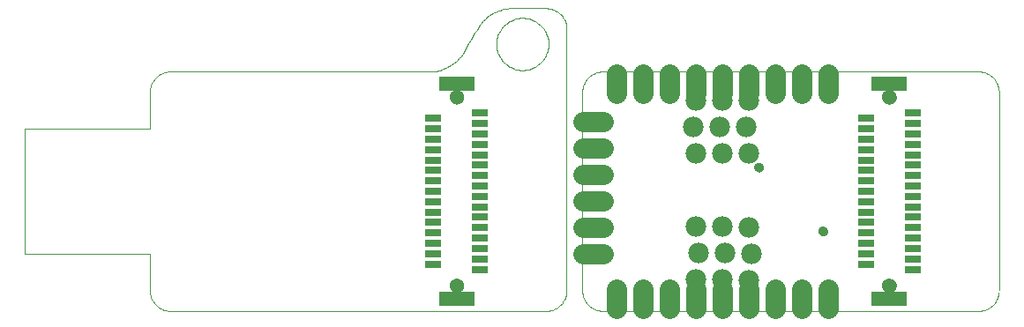
<source format=gbs>
G75*
%MOIN*%
%OFA0B0*%
%FSLAX25Y25*%
%IPPOS*%
%LPD*%
%AMOC8*
5,1,8,0,0,1.08239X$1,22.5*
%
%ADD10C,0.00394*%
%ADD11R,0.06306X0.03156*%
%ADD12R,0.13786X0.05518*%
%ADD13C,0.00000*%
%ADD14C,0.05400*%
%ADD15C,0.07800*%
%ADD16C,0.03550*%
%ADD17C,0.07800*%
D10*
X0059760Y0017852D02*
X0059360Y0018793D01*
X0059205Y0019287D01*
X0059100Y0019798D01*
X0058994Y0020310D01*
X0058939Y0020839D01*
X0058939Y0035160D01*
X0011695Y0035160D01*
X0011695Y0082404D01*
X0058939Y0082404D01*
X0058939Y0096725D01*
X0058994Y0097254D01*
X0059100Y0097765D01*
X0059205Y0098276D01*
X0059360Y0098770D01*
X0059760Y0099711D01*
X0060005Y0100159D01*
X0060288Y0100578D01*
X0060572Y0100997D01*
X0060895Y0101387D01*
X0061252Y0101744D01*
X0061609Y0102101D01*
X0061999Y0102424D01*
X0062418Y0102708D01*
X0062838Y0102991D01*
X0063285Y0103236D01*
X0064226Y0103636D01*
X0064720Y0103791D01*
X0065231Y0103897D01*
X0065743Y0104002D01*
X0066272Y0104057D01*
X0165750Y0104057D01*
X0166308Y0104105D01*
X0167439Y0104286D01*
X0168012Y0104419D01*
X0168585Y0104591D01*
X0169158Y0104762D01*
X0169731Y0104972D01*
X0170860Y0105460D01*
X0171416Y0105737D01*
X0171956Y0106043D01*
X0172495Y0106350D01*
X0173018Y0106685D01*
X0173517Y0107045D01*
X0174016Y0107405D01*
X0174489Y0107789D01*
X0175372Y0108597D01*
X0175780Y0109021D01*
X0176515Y0109899D01*
X0176841Y0110354D01*
X0177119Y0110818D01*
X0177895Y0112119D01*
X0178672Y0113420D01*
X0179448Y0114721D01*
X0180225Y0116022D01*
X0181002Y0117323D01*
X0181778Y0118624D01*
X0182555Y0119926D01*
X0183331Y0121227D01*
X0183609Y0121691D01*
X0183935Y0122146D01*
X0184303Y0122585D01*
X0184670Y0123024D01*
X0185078Y0123448D01*
X0185520Y0123852D01*
X0185961Y0124256D01*
X0186435Y0124640D01*
X0186933Y0125000D01*
X0187432Y0125360D01*
X0187955Y0125695D01*
X0188494Y0126002D01*
X0189034Y0126308D01*
X0189590Y0126585D01*
X0190719Y0127073D01*
X0191292Y0127283D01*
X0191865Y0127454D01*
X0192438Y0127626D01*
X0193011Y0127759D01*
X0193577Y0127850D01*
X0194142Y0127940D01*
X0194700Y0127988D01*
X0209087Y0127988D01*
X0209616Y0127932D01*
X0210127Y0127827D01*
X0210638Y0127722D01*
X0211132Y0127566D01*
X0211603Y0127366D01*
X0212073Y0127166D01*
X0212521Y0126922D01*
X0212940Y0126638D01*
X0213359Y0126354D01*
X0213749Y0126031D01*
X0214106Y0125675D01*
X0214463Y0125318D01*
X0214786Y0124927D01*
X0215070Y0124508D01*
X0215353Y0124089D01*
X0215598Y0123642D01*
X0215798Y0123171D01*
X0215998Y0122700D01*
X0216153Y0122207D01*
X0216259Y0121695D01*
X0216364Y0121184D01*
X0216419Y0120655D01*
X0216419Y0020839D01*
X0216364Y0020310D01*
X0216259Y0019798D01*
X0216153Y0019287D01*
X0215998Y0018793D01*
X0215798Y0018323D01*
X0215598Y0017852D01*
X0215353Y0017405D01*
X0215070Y0016985D01*
X0214786Y0016566D01*
X0214463Y0016176D01*
X0214106Y0015819D01*
X0213749Y0015462D01*
X0213359Y0015139D01*
X0212940Y0014855D01*
X0212521Y0014572D01*
X0212073Y0014327D01*
X0211603Y0014127D01*
X0211132Y0013927D01*
X0210638Y0013772D01*
X0210127Y0013667D01*
X0209616Y0013561D01*
X0209087Y0013506D01*
X0066272Y0013506D01*
X0065743Y0013561D01*
X0065231Y0013667D01*
X0064720Y0013772D01*
X0064226Y0013927D01*
X0063756Y0014127D01*
X0063285Y0014327D01*
X0062838Y0014572D01*
X0062418Y0014855D01*
X0061999Y0015139D01*
X0061609Y0015462D01*
X0061252Y0015819D01*
X0060895Y0016176D01*
X0060572Y0016566D01*
X0060288Y0016985D01*
X0060005Y0017405D01*
X0059760Y0017852D01*
X0222347Y0020839D02*
X0222403Y0020310D01*
X0222508Y0019798D01*
X0222614Y0019287D01*
X0222769Y0018793D01*
X0223169Y0017852D01*
X0223413Y0017405D01*
X0223697Y0016985D01*
X0223981Y0016566D01*
X0224304Y0016176D01*
X0225017Y0015462D01*
X0225408Y0015139D01*
X0225827Y0014855D01*
X0226246Y0014572D01*
X0226694Y0014327D01*
X0227635Y0013927D01*
X0228128Y0013772D01*
X0228640Y0013667D01*
X0229151Y0013561D01*
X0229680Y0013506D01*
X0372495Y0013506D01*
X0373024Y0013561D01*
X0373535Y0013667D01*
X0374047Y0013772D01*
X0374541Y0013927D01*
X0375482Y0014327D01*
X0375929Y0014572D01*
X0376348Y0014855D01*
X0376767Y0015139D01*
X0377158Y0015462D01*
X0377872Y0016176D01*
X0378195Y0016566D01*
X0378478Y0016985D01*
X0378762Y0017405D01*
X0379007Y0017852D01*
X0379206Y0018323D01*
X0379406Y0018793D01*
X0379562Y0019287D01*
X0379667Y0019798D01*
X0379772Y0020310D01*
X0379828Y0020839D01*
X0379828Y0021380D02*
X0379828Y0096725D01*
X0379772Y0097254D01*
X0379667Y0097765D01*
X0379562Y0098276D01*
X0379406Y0098770D01*
X0379206Y0099241D01*
X0379007Y0099711D01*
X0378762Y0100159D01*
X0378195Y0100997D01*
X0377872Y0101387D01*
X0377158Y0102101D01*
X0376767Y0102424D01*
X0376348Y0102708D01*
X0375929Y0102991D01*
X0375482Y0103236D01*
X0375011Y0103436D01*
X0374541Y0103636D01*
X0374047Y0103791D01*
X0373535Y0103897D01*
X0373024Y0104002D01*
X0372495Y0104057D01*
X0229680Y0104057D01*
X0229151Y0104002D01*
X0228640Y0103897D01*
X0228128Y0103791D01*
X0227635Y0103636D01*
X0227164Y0103436D01*
X0226694Y0103236D01*
X0226246Y0102991D01*
X0225827Y0102708D01*
X0225408Y0102424D01*
X0225017Y0102101D01*
X0224304Y0101387D01*
X0223981Y0100997D01*
X0223697Y0100578D01*
X0223413Y0100159D01*
X0223169Y0099711D01*
X0222969Y0099241D01*
X0222769Y0098770D01*
X0222614Y0098276D01*
X0222508Y0097765D01*
X0222403Y0097254D01*
X0222347Y0096725D01*
X0222347Y0020839D01*
X0202334Y0104946D02*
X0201693Y0104815D01*
X0201053Y0104684D01*
X0200389Y0104615D01*
X0199030Y0104615D01*
X0198367Y0104684D01*
X0197726Y0104815D01*
X0197085Y0104946D01*
X0196467Y0105139D01*
X0195879Y0105388D01*
X0195290Y0105637D01*
X0194730Y0105942D01*
X0194207Y0106296D01*
X0193683Y0106649D01*
X0193195Y0107052D01*
X0192305Y0107943D01*
X0191902Y0108430D01*
X0191548Y0108954D01*
X0191194Y0109478D01*
X0190890Y0110037D01*
X0190641Y0110626D01*
X0190392Y0111215D01*
X0190198Y0111833D01*
X0190067Y0112474D01*
X0189936Y0113114D01*
X0189867Y0113778D01*
X0189867Y0115137D01*
X0189936Y0115800D01*
X0190067Y0116441D01*
X0190198Y0117081D01*
X0190392Y0117700D01*
X0190641Y0118288D01*
X0190890Y0118877D01*
X0191194Y0119437D01*
X0191902Y0120484D01*
X0192305Y0120972D01*
X0192750Y0121417D01*
X0193195Y0121862D01*
X0193683Y0122265D01*
X0194207Y0122619D01*
X0194730Y0122972D01*
X0195290Y0123277D01*
X0195879Y0123526D01*
X0196467Y0123775D01*
X0197085Y0123969D01*
X0197726Y0124100D01*
X0198367Y0124231D01*
X0199030Y0124300D01*
X0200389Y0124300D01*
X0201053Y0124231D01*
X0202334Y0123969D01*
X0202952Y0123775D01*
X0203541Y0123526D01*
X0204130Y0123277D01*
X0204689Y0122972D01*
X0205736Y0122265D01*
X0206224Y0121862D01*
X0206669Y0121417D01*
X0207115Y0120972D01*
X0207517Y0120484D01*
X0208225Y0119437D01*
X0208530Y0118877D01*
X0208779Y0118288D01*
X0209028Y0117700D01*
X0209221Y0117081D01*
X0209483Y0115800D01*
X0209552Y0115137D01*
X0209552Y0113778D01*
X0209483Y0113114D01*
X0209352Y0112474D01*
X0209221Y0111833D01*
X0209028Y0111215D01*
X0208779Y0110626D01*
X0208530Y0110037D01*
X0208225Y0109478D01*
X0207871Y0108954D01*
X0207517Y0108430D01*
X0207115Y0107943D01*
X0206224Y0107052D01*
X0205736Y0106649D01*
X0204689Y0105942D01*
X0204130Y0105637D01*
X0203541Y0105388D01*
X0202952Y0105139D01*
X0202334Y0104946D01*
D11*
X0183692Y0088328D03*
X0183692Y0084391D03*
X0183692Y0080454D03*
X0183692Y0076517D03*
X0183692Y0072580D03*
X0183692Y0068643D03*
X0183692Y0064706D03*
X0183692Y0060769D03*
X0183692Y0056831D03*
X0183692Y0052894D03*
X0183692Y0048957D03*
X0183692Y0045020D03*
X0183692Y0041083D03*
X0183692Y0037146D03*
X0183692Y0033209D03*
X0183692Y0029272D03*
X0165975Y0031241D03*
X0165975Y0035178D03*
X0165975Y0039115D03*
X0165975Y0043052D03*
X0165975Y0046989D03*
X0165975Y0050926D03*
X0165975Y0054863D03*
X0165975Y0058800D03*
X0165975Y0062737D03*
X0165975Y0066674D03*
X0165975Y0070611D03*
X0165975Y0074548D03*
X0165975Y0078485D03*
X0165975Y0082422D03*
X0165975Y0086359D03*
X0329475Y0086359D03*
X0329475Y0082422D03*
X0329475Y0078485D03*
X0329475Y0074548D03*
X0329475Y0070611D03*
X0329475Y0066674D03*
X0329475Y0062737D03*
X0329475Y0058800D03*
X0329475Y0054863D03*
X0329475Y0050926D03*
X0329475Y0046989D03*
X0329475Y0043052D03*
X0329475Y0039115D03*
X0329475Y0035178D03*
X0329475Y0031241D03*
X0347192Y0033209D03*
X0347192Y0029272D03*
X0347192Y0037146D03*
X0347192Y0041083D03*
X0347192Y0045020D03*
X0347192Y0048957D03*
X0347192Y0052894D03*
X0347192Y0056831D03*
X0347192Y0060769D03*
X0347192Y0064706D03*
X0347192Y0068643D03*
X0347192Y0072580D03*
X0347192Y0076517D03*
X0347192Y0080454D03*
X0347192Y0084391D03*
X0347192Y0088328D03*
D12*
X0338333Y0099548D03*
X0174833Y0099548D03*
X0174833Y0018052D03*
X0338333Y0018052D03*
D13*
X0335833Y0023170D02*
X0335835Y0023269D01*
X0335841Y0023369D01*
X0335851Y0023468D01*
X0335865Y0023566D01*
X0335882Y0023664D01*
X0335904Y0023761D01*
X0335929Y0023857D01*
X0335958Y0023952D01*
X0335991Y0024046D01*
X0336028Y0024138D01*
X0336068Y0024229D01*
X0336112Y0024318D01*
X0336160Y0024406D01*
X0336211Y0024491D01*
X0336265Y0024574D01*
X0336322Y0024656D01*
X0336383Y0024734D01*
X0336447Y0024811D01*
X0336513Y0024884D01*
X0336583Y0024955D01*
X0336655Y0025023D01*
X0336730Y0025089D01*
X0336808Y0025151D01*
X0336888Y0025210D01*
X0336970Y0025266D01*
X0337054Y0025318D01*
X0337141Y0025367D01*
X0337229Y0025413D01*
X0337319Y0025455D01*
X0337411Y0025494D01*
X0337504Y0025529D01*
X0337598Y0025560D01*
X0337694Y0025587D01*
X0337791Y0025610D01*
X0337888Y0025630D01*
X0337986Y0025646D01*
X0338085Y0025658D01*
X0338184Y0025666D01*
X0338283Y0025670D01*
X0338383Y0025670D01*
X0338482Y0025666D01*
X0338581Y0025658D01*
X0338680Y0025646D01*
X0338778Y0025630D01*
X0338875Y0025610D01*
X0338972Y0025587D01*
X0339068Y0025560D01*
X0339162Y0025529D01*
X0339255Y0025494D01*
X0339347Y0025455D01*
X0339437Y0025413D01*
X0339525Y0025367D01*
X0339612Y0025318D01*
X0339696Y0025266D01*
X0339778Y0025210D01*
X0339858Y0025151D01*
X0339936Y0025089D01*
X0340011Y0025023D01*
X0340083Y0024955D01*
X0340153Y0024884D01*
X0340219Y0024811D01*
X0340283Y0024734D01*
X0340344Y0024656D01*
X0340401Y0024574D01*
X0340455Y0024491D01*
X0340506Y0024406D01*
X0340554Y0024318D01*
X0340598Y0024229D01*
X0340638Y0024138D01*
X0340675Y0024046D01*
X0340708Y0023952D01*
X0340737Y0023857D01*
X0340762Y0023761D01*
X0340784Y0023664D01*
X0340801Y0023566D01*
X0340815Y0023468D01*
X0340825Y0023369D01*
X0340831Y0023269D01*
X0340833Y0023170D01*
X0340831Y0023071D01*
X0340825Y0022971D01*
X0340815Y0022872D01*
X0340801Y0022774D01*
X0340784Y0022676D01*
X0340762Y0022579D01*
X0340737Y0022483D01*
X0340708Y0022388D01*
X0340675Y0022294D01*
X0340638Y0022202D01*
X0340598Y0022111D01*
X0340554Y0022022D01*
X0340506Y0021934D01*
X0340455Y0021849D01*
X0340401Y0021766D01*
X0340344Y0021684D01*
X0340283Y0021606D01*
X0340219Y0021529D01*
X0340153Y0021456D01*
X0340083Y0021385D01*
X0340011Y0021317D01*
X0339936Y0021251D01*
X0339858Y0021189D01*
X0339778Y0021130D01*
X0339696Y0021074D01*
X0339612Y0021022D01*
X0339525Y0020973D01*
X0339437Y0020927D01*
X0339347Y0020885D01*
X0339255Y0020846D01*
X0339162Y0020811D01*
X0339068Y0020780D01*
X0338972Y0020753D01*
X0338875Y0020730D01*
X0338778Y0020710D01*
X0338680Y0020694D01*
X0338581Y0020682D01*
X0338482Y0020674D01*
X0338383Y0020670D01*
X0338283Y0020670D01*
X0338184Y0020674D01*
X0338085Y0020682D01*
X0337986Y0020694D01*
X0337888Y0020710D01*
X0337791Y0020730D01*
X0337694Y0020753D01*
X0337598Y0020780D01*
X0337504Y0020811D01*
X0337411Y0020846D01*
X0337319Y0020885D01*
X0337229Y0020927D01*
X0337141Y0020973D01*
X0337054Y0021022D01*
X0336970Y0021074D01*
X0336888Y0021130D01*
X0336808Y0021189D01*
X0336730Y0021251D01*
X0336655Y0021317D01*
X0336583Y0021385D01*
X0336513Y0021456D01*
X0336447Y0021529D01*
X0336383Y0021606D01*
X0336322Y0021684D01*
X0336265Y0021766D01*
X0336211Y0021849D01*
X0336160Y0021934D01*
X0336112Y0022022D01*
X0336068Y0022111D01*
X0336028Y0022202D01*
X0335991Y0022294D01*
X0335958Y0022388D01*
X0335929Y0022483D01*
X0335904Y0022579D01*
X0335882Y0022676D01*
X0335865Y0022774D01*
X0335851Y0022872D01*
X0335841Y0022971D01*
X0335835Y0023071D01*
X0335833Y0023170D01*
X0311717Y0043646D02*
X0311719Y0043725D01*
X0311725Y0043804D01*
X0311735Y0043883D01*
X0311749Y0043961D01*
X0311766Y0044038D01*
X0311788Y0044114D01*
X0311813Y0044189D01*
X0311843Y0044262D01*
X0311875Y0044334D01*
X0311912Y0044405D01*
X0311952Y0044473D01*
X0311995Y0044539D01*
X0312041Y0044603D01*
X0312091Y0044665D01*
X0312144Y0044724D01*
X0312199Y0044780D01*
X0312258Y0044834D01*
X0312319Y0044884D01*
X0312382Y0044932D01*
X0312448Y0044976D01*
X0312516Y0045017D01*
X0312586Y0045054D01*
X0312657Y0045088D01*
X0312731Y0045118D01*
X0312805Y0045144D01*
X0312881Y0045166D01*
X0312958Y0045185D01*
X0313036Y0045200D01*
X0313114Y0045211D01*
X0313193Y0045218D01*
X0313272Y0045221D01*
X0313351Y0045220D01*
X0313430Y0045215D01*
X0313509Y0045206D01*
X0313587Y0045193D01*
X0313664Y0045176D01*
X0313741Y0045156D01*
X0313816Y0045131D01*
X0313890Y0045103D01*
X0313963Y0045071D01*
X0314033Y0045036D01*
X0314102Y0044997D01*
X0314169Y0044954D01*
X0314234Y0044908D01*
X0314296Y0044860D01*
X0314356Y0044808D01*
X0314413Y0044753D01*
X0314467Y0044695D01*
X0314518Y0044635D01*
X0314566Y0044572D01*
X0314611Y0044507D01*
X0314653Y0044439D01*
X0314691Y0044370D01*
X0314725Y0044299D01*
X0314756Y0044226D01*
X0314784Y0044151D01*
X0314807Y0044076D01*
X0314827Y0043999D01*
X0314843Y0043922D01*
X0314855Y0043843D01*
X0314863Y0043765D01*
X0314867Y0043686D01*
X0314867Y0043606D01*
X0314863Y0043527D01*
X0314855Y0043449D01*
X0314843Y0043370D01*
X0314827Y0043293D01*
X0314807Y0043216D01*
X0314784Y0043141D01*
X0314756Y0043066D01*
X0314725Y0042993D01*
X0314691Y0042922D01*
X0314653Y0042853D01*
X0314611Y0042785D01*
X0314566Y0042720D01*
X0314518Y0042657D01*
X0314467Y0042597D01*
X0314413Y0042539D01*
X0314356Y0042484D01*
X0314296Y0042432D01*
X0314234Y0042384D01*
X0314169Y0042338D01*
X0314102Y0042295D01*
X0314033Y0042256D01*
X0313963Y0042221D01*
X0313890Y0042189D01*
X0313816Y0042161D01*
X0313741Y0042136D01*
X0313664Y0042116D01*
X0313587Y0042099D01*
X0313509Y0042086D01*
X0313430Y0042077D01*
X0313351Y0042072D01*
X0313272Y0042071D01*
X0313193Y0042074D01*
X0313114Y0042081D01*
X0313036Y0042092D01*
X0312958Y0042107D01*
X0312881Y0042126D01*
X0312805Y0042148D01*
X0312731Y0042174D01*
X0312657Y0042204D01*
X0312586Y0042238D01*
X0312516Y0042275D01*
X0312448Y0042316D01*
X0312382Y0042360D01*
X0312319Y0042408D01*
X0312258Y0042458D01*
X0312199Y0042512D01*
X0312144Y0042568D01*
X0312091Y0042627D01*
X0312041Y0042689D01*
X0311995Y0042753D01*
X0311952Y0042819D01*
X0311912Y0042887D01*
X0311875Y0042958D01*
X0311843Y0043030D01*
X0311813Y0043103D01*
X0311788Y0043178D01*
X0311766Y0043254D01*
X0311749Y0043331D01*
X0311735Y0043409D01*
X0311725Y0043488D01*
X0311719Y0043567D01*
X0311717Y0043646D01*
X0287504Y0067858D02*
X0287506Y0067937D01*
X0287512Y0068016D01*
X0287522Y0068095D01*
X0287536Y0068173D01*
X0287553Y0068250D01*
X0287575Y0068326D01*
X0287600Y0068401D01*
X0287630Y0068474D01*
X0287662Y0068546D01*
X0287699Y0068617D01*
X0287739Y0068685D01*
X0287782Y0068751D01*
X0287828Y0068815D01*
X0287878Y0068877D01*
X0287931Y0068936D01*
X0287986Y0068992D01*
X0288045Y0069046D01*
X0288106Y0069096D01*
X0288169Y0069144D01*
X0288235Y0069188D01*
X0288303Y0069229D01*
X0288373Y0069266D01*
X0288444Y0069300D01*
X0288518Y0069330D01*
X0288592Y0069356D01*
X0288668Y0069378D01*
X0288745Y0069397D01*
X0288823Y0069412D01*
X0288901Y0069423D01*
X0288980Y0069430D01*
X0289059Y0069433D01*
X0289138Y0069432D01*
X0289217Y0069427D01*
X0289296Y0069418D01*
X0289374Y0069405D01*
X0289451Y0069388D01*
X0289528Y0069368D01*
X0289603Y0069343D01*
X0289677Y0069315D01*
X0289750Y0069283D01*
X0289820Y0069248D01*
X0289889Y0069209D01*
X0289956Y0069166D01*
X0290021Y0069120D01*
X0290083Y0069072D01*
X0290143Y0069020D01*
X0290200Y0068965D01*
X0290254Y0068907D01*
X0290305Y0068847D01*
X0290353Y0068784D01*
X0290398Y0068719D01*
X0290440Y0068651D01*
X0290478Y0068582D01*
X0290512Y0068511D01*
X0290543Y0068438D01*
X0290571Y0068363D01*
X0290594Y0068288D01*
X0290614Y0068211D01*
X0290630Y0068134D01*
X0290642Y0068055D01*
X0290650Y0067977D01*
X0290654Y0067898D01*
X0290654Y0067818D01*
X0290650Y0067739D01*
X0290642Y0067661D01*
X0290630Y0067582D01*
X0290614Y0067505D01*
X0290594Y0067428D01*
X0290571Y0067353D01*
X0290543Y0067278D01*
X0290512Y0067205D01*
X0290478Y0067134D01*
X0290440Y0067065D01*
X0290398Y0066997D01*
X0290353Y0066932D01*
X0290305Y0066869D01*
X0290254Y0066809D01*
X0290200Y0066751D01*
X0290143Y0066696D01*
X0290083Y0066644D01*
X0290021Y0066596D01*
X0289956Y0066550D01*
X0289889Y0066507D01*
X0289820Y0066468D01*
X0289750Y0066433D01*
X0289677Y0066401D01*
X0289603Y0066373D01*
X0289528Y0066348D01*
X0289451Y0066328D01*
X0289374Y0066311D01*
X0289296Y0066298D01*
X0289217Y0066289D01*
X0289138Y0066284D01*
X0289059Y0066283D01*
X0288980Y0066286D01*
X0288901Y0066293D01*
X0288823Y0066304D01*
X0288745Y0066319D01*
X0288668Y0066338D01*
X0288592Y0066360D01*
X0288518Y0066386D01*
X0288444Y0066416D01*
X0288373Y0066450D01*
X0288303Y0066487D01*
X0288235Y0066528D01*
X0288169Y0066572D01*
X0288106Y0066620D01*
X0288045Y0066670D01*
X0287986Y0066724D01*
X0287931Y0066780D01*
X0287878Y0066839D01*
X0287828Y0066901D01*
X0287782Y0066965D01*
X0287739Y0067031D01*
X0287699Y0067099D01*
X0287662Y0067170D01*
X0287630Y0067242D01*
X0287600Y0067315D01*
X0287575Y0067390D01*
X0287553Y0067466D01*
X0287536Y0067543D01*
X0287522Y0067621D01*
X0287512Y0067700D01*
X0287506Y0067779D01*
X0287504Y0067858D01*
X0335833Y0094430D02*
X0335835Y0094529D01*
X0335841Y0094629D01*
X0335851Y0094728D01*
X0335865Y0094826D01*
X0335882Y0094924D01*
X0335904Y0095021D01*
X0335929Y0095117D01*
X0335958Y0095212D01*
X0335991Y0095306D01*
X0336028Y0095398D01*
X0336068Y0095489D01*
X0336112Y0095578D01*
X0336160Y0095666D01*
X0336211Y0095751D01*
X0336265Y0095834D01*
X0336322Y0095916D01*
X0336383Y0095994D01*
X0336447Y0096071D01*
X0336513Y0096144D01*
X0336583Y0096215D01*
X0336655Y0096283D01*
X0336730Y0096349D01*
X0336808Y0096411D01*
X0336888Y0096470D01*
X0336970Y0096526D01*
X0337054Y0096578D01*
X0337141Y0096627D01*
X0337229Y0096673D01*
X0337319Y0096715D01*
X0337411Y0096754D01*
X0337504Y0096789D01*
X0337598Y0096820D01*
X0337694Y0096847D01*
X0337791Y0096870D01*
X0337888Y0096890D01*
X0337986Y0096906D01*
X0338085Y0096918D01*
X0338184Y0096926D01*
X0338283Y0096930D01*
X0338383Y0096930D01*
X0338482Y0096926D01*
X0338581Y0096918D01*
X0338680Y0096906D01*
X0338778Y0096890D01*
X0338875Y0096870D01*
X0338972Y0096847D01*
X0339068Y0096820D01*
X0339162Y0096789D01*
X0339255Y0096754D01*
X0339347Y0096715D01*
X0339437Y0096673D01*
X0339525Y0096627D01*
X0339612Y0096578D01*
X0339696Y0096526D01*
X0339778Y0096470D01*
X0339858Y0096411D01*
X0339936Y0096349D01*
X0340011Y0096283D01*
X0340083Y0096215D01*
X0340153Y0096144D01*
X0340219Y0096071D01*
X0340283Y0095994D01*
X0340344Y0095916D01*
X0340401Y0095834D01*
X0340455Y0095751D01*
X0340506Y0095666D01*
X0340554Y0095578D01*
X0340598Y0095489D01*
X0340638Y0095398D01*
X0340675Y0095306D01*
X0340708Y0095212D01*
X0340737Y0095117D01*
X0340762Y0095021D01*
X0340784Y0094924D01*
X0340801Y0094826D01*
X0340815Y0094728D01*
X0340825Y0094629D01*
X0340831Y0094529D01*
X0340833Y0094430D01*
X0340831Y0094331D01*
X0340825Y0094231D01*
X0340815Y0094132D01*
X0340801Y0094034D01*
X0340784Y0093936D01*
X0340762Y0093839D01*
X0340737Y0093743D01*
X0340708Y0093648D01*
X0340675Y0093554D01*
X0340638Y0093462D01*
X0340598Y0093371D01*
X0340554Y0093282D01*
X0340506Y0093194D01*
X0340455Y0093109D01*
X0340401Y0093026D01*
X0340344Y0092944D01*
X0340283Y0092866D01*
X0340219Y0092789D01*
X0340153Y0092716D01*
X0340083Y0092645D01*
X0340011Y0092577D01*
X0339936Y0092511D01*
X0339858Y0092449D01*
X0339778Y0092390D01*
X0339696Y0092334D01*
X0339612Y0092282D01*
X0339525Y0092233D01*
X0339437Y0092187D01*
X0339347Y0092145D01*
X0339255Y0092106D01*
X0339162Y0092071D01*
X0339068Y0092040D01*
X0338972Y0092013D01*
X0338875Y0091990D01*
X0338778Y0091970D01*
X0338680Y0091954D01*
X0338581Y0091942D01*
X0338482Y0091934D01*
X0338383Y0091930D01*
X0338283Y0091930D01*
X0338184Y0091934D01*
X0338085Y0091942D01*
X0337986Y0091954D01*
X0337888Y0091970D01*
X0337791Y0091990D01*
X0337694Y0092013D01*
X0337598Y0092040D01*
X0337504Y0092071D01*
X0337411Y0092106D01*
X0337319Y0092145D01*
X0337229Y0092187D01*
X0337141Y0092233D01*
X0337054Y0092282D01*
X0336970Y0092334D01*
X0336888Y0092390D01*
X0336808Y0092449D01*
X0336730Y0092511D01*
X0336655Y0092577D01*
X0336583Y0092645D01*
X0336513Y0092716D01*
X0336447Y0092789D01*
X0336383Y0092866D01*
X0336322Y0092944D01*
X0336265Y0093026D01*
X0336211Y0093109D01*
X0336160Y0093194D01*
X0336112Y0093282D01*
X0336068Y0093371D01*
X0336028Y0093462D01*
X0335991Y0093554D01*
X0335958Y0093648D01*
X0335929Y0093743D01*
X0335904Y0093839D01*
X0335882Y0093936D01*
X0335865Y0094034D01*
X0335851Y0094132D01*
X0335841Y0094231D01*
X0335835Y0094331D01*
X0335833Y0094430D01*
X0172333Y0094430D02*
X0172335Y0094529D01*
X0172341Y0094629D01*
X0172351Y0094728D01*
X0172365Y0094826D01*
X0172382Y0094924D01*
X0172404Y0095021D01*
X0172429Y0095117D01*
X0172458Y0095212D01*
X0172491Y0095306D01*
X0172528Y0095398D01*
X0172568Y0095489D01*
X0172612Y0095578D01*
X0172660Y0095666D01*
X0172711Y0095751D01*
X0172765Y0095834D01*
X0172822Y0095916D01*
X0172883Y0095994D01*
X0172947Y0096071D01*
X0173013Y0096144D01*
X0173083Y0096215D01*
X0173155Y0096283D01*
X0173230Y0096349D01*
X0173308Y0096411D01*
X0173388Y0096470D01*
X0173470Y0096526D01*
X0173554Y0096578D01*
X0173641Y0096627D01*
X0173729Y0096673D01*
X0173819Y0096715D01*
X0173911Y0096754D01*
X0174004Y0096789D01*
X0174098Y0096820D01*
X0174194Y0096847D01*
X0174291Y0096870D01*
X0174388Y0096890D01*
X0174486Y0096906D01*
X0174585Y0096918D01*
X0174684Y0096926D01*
X0174783Y0096930D01*
X0174883Y0096930D01*
X0174982Y0096926D01*
X0175081Y0096918D01*
X0175180Y0096906D01*
X0175278Y0096890D01*
X0175375Y0096870D01*
X0175472Y0096847D01*
X0175568Y0096820D01*
X0175662Y0096789D01*
X0175755Y0096754D01*
X0175847Y0096715D01*
X0175937Y0096673D01*
X0176025Y0096627D01*
X0176112Y0096578D01*
X0176196Y0096526D01*
X0176278Y0096470D01*
X0176358Y0096411D01*
X0176436Y0096349D01*
X0176511Y0096283D01*
X0176583Y0096215D01*
X0176653Y0096144D01*
X0176719Y0096071D01*
X0176783Y0095994D01*
X0176844Y0095916D01*
X0176901Y0095834D01*
X0176955Y0095751D01*
X0177006Y0095666D01*
X0177054Y0095578D01*
X0177098Y0095489D01*
X0177138Y0095398D01*
X0177175Y0095306D01*
X0177208Y0095212D01*
X0177237Y0095117D01*
X0177262Y0095021D01*
X0177284Y0094924D01*
X0177301Y0094826D01*
X0177315Y0094728D01*
X0177325Y0094629D01*
X0177331Y0094529D01*
X0177333Y0094430D01*
X0177331Y0094331D01*
X0177325Y0094231D01*
X0177315Y0094132D01*
X0177301Y0094034D01*
X0177284Y0093936D01*
X0177262Y0093839D01*
X0177237Y0093743D01*
X0177208Y0093648D01*
X0177175Y0093554D01*
X0177138Y0093462D01*
X0177098Y0093371D01*
X0177054Y0093282D01*
X0177006Y0093194D01*
X0176955Y0093109D01*
X0176901Y0093026D01*
X0176844Y0092944D01*
X0176783Y0092866D01*
X0176719Y0092789D01*
X0176653Y0092716D01*
X0176583Y0092645D01*
X0176511Y0092577D01*
X0176436Y0092511D01*
X0176358Y0092449D01*
X0176278Y0092390D01*
X0176196Y0092334D01*
X0176112Y0092282D01*
X0176025Y0092233D01*
X0175937Y0092187D01*
X0175847Y0092145D01*
X0175755Y0092106D01*
X0175662Y0092071D01*
X0175568Y0092040D01*
X0175472Y0092013D01*
X0175375Y0091990D01*
X0175278Y0091970D01*
X0175180Y0091954D01*
X0175081Y0091942D01*
X0174982Y0091934D01*
X0174883Y0091930D01*
X0174783Y0091930D01*
X0174684Y0091934D01*
X0174585Y0091942D01*
X0174486Y0091954D01*
X0174388Y0091970D01*
X0174291Y0091990D01*
X0174194Y0092013D01*
X0174098Y0092040D01*
X0174004Y0092071D01*
X0173911Y0092106D01*
X0173819Y0092145D01*
X0173729Y0092187D01*
X0173641Y0092233D01*
X0173554Y0092282D01*
X0173470Y0092334D01*
X0173388Y0092390D01*
X0173308Y0092449D01*
X0173230Y0092511D01*
X0173155Y0092577D01*
X0173083Y0092645D01*
X0173013Y0092716D01*
X0172947Y0092789D01*
X0172883Y0092866D01*
X0172822Y0092944D01*
X0172765Y0093026D01*
X0172711Y0093109D01*
X0172660Y0093194D01*
X0172612Y0093282D01*
X0172568Y0093371D01*
X0172528Y0093462D01*
X0172491Y0093554D01*
X0172458Y0093648D01*
X0172429Y0093743D01*
X0172404Y0093839D01*
X0172382Y0093936D01*
X0172365Y0094034D01*
X0172351Y0094132D01*
X0172341Y0094231D01*
X0172335Y0094331D01*
X0172333Y0094430D01*
X0172333Y0023170D02*
X0172335Y0023269D01*
X0172341Y0023369D01*
X0172351Y0023468D01*
X0172365Y0023566D01*
X0172382Y0023664D01*
X0172404Y0023761D01*
X0172429Y0023857D01*
X0172458Y0023952D01*
X0172491Y0024046D01*
X0172528Y0024138D01*
X0172568Y0024229D01*
X0172612Y0024318D01*
X0172660Y0024406D01*
X0172711Y0024491D01*
X0172765Y0024574D01*
X0172822Y0024656D01*
X0172883Y0024734D01*
X0172947Y0024811D01*
X0173013Y0024884D01*
X0173083Y0024955D01*
X0173155Y0025023D01*
X0173230Y0025089D01*
X0173308Y0025151D01*
X0173388Y0025210D01*
X0173470Y0025266D01*
X0173554Y0025318D01*
X0173641Y0025367D01*
X0173729Y0025413D01*
X0173819Y0025455D01*
X0173911Y0025494D01*
X0174004Y0025529D01*
X0174098Y0025560D01*
X0174194Y0025587D01*
X0174291Y0025610D01*
X0174388Y0025630D01*
X0174486Y0025646D01*
X0174585Y0025658D01*
X0174684Y0025666D01*
X0174783Y0025670D01*
X0174883Y0025670D01*
X0174982Y0025666D01*
X0175081Y0025658D01*
X0175180Y0025646D01*
X0175278Y0025630D01*
X0175375Y0025610D01*
X0175472Y0025587D01*
X0175568Y0025560D01*
X0175662Y0025529D01*
X0175755Y0025494D01*
X0175847Y0025455D01*
X0175937Y0025413D01*
X0176025Y0025367D01*
X0176112Y0025318D01*
X0176196Y0025266D01*
X0176278Y0025210D01*
X0176358Y0025151D01*
X0176436Y0025089D01*
X0176511Y0025023D01*
X0176583Y0024955D01*
X0176653Y0024884D01*
X0176719Y0024811D01*
X0176783Y0024734D01*
X0176844Y0024656D01*
X0176901Y0024574D01*
X0176955Y0024491D01*
X0177006Y0024406D01*
X0177054Y0024318D01*
X0177098Y0024229D01*
X0177138Y0024138D01*
X0177175Y0024046D01*
X0177208Y0023952D01*
X0177237Y0023857D01*
X0177262Y0023761D01*
X0177284Y0023664D01*
X0177301Y0023566D01*
X0177315Y0023468D01*
X0177325Y0023369D01*
X0177331Y0023269D01*
X0177333Y0023170D01*
X0177331Y0023071D01*
X0177325Y0022971D01*
X0177315Y0022872D01*
X0177301Y0022774D01*
X0177284Y0022676D01*
X0177262Y0022579D01*
X0177237Y0022483D01*
X0177208Y0022388D01*
X0177175Y0022294D01*
X0177138Y0022202D01*
X0177098Y0022111D01*
X0177054Y0022022D01*
X0177006Y0021934D01*
X0176955Y0021849D01*
X0176901Y0021766D01*
X0176844Y0021684D01*
X0176783Y0021606D01*
X0176719Y0021529D01*
X0176653Y0021456D01*
X0176583Y0021385D01*
X0176511Y0021317D01*
X0176436Y0021251D01*
X0176358Y0021189D01*
X0176278Y0021130D01*
X0176196Y0021074D01*
X0176112Y0021022D01*
X0176025Y0020973D01*
X0175937Y0020927D01*
X0175847Y0020885D01*
X0175755Y0020846D01*
X0175662Y0020811D01*
X0175568Y0020780D01*
X0175472Y0020753D01*
X0175375Y0020730D01*
X0175278Y0020710D01*
X0175180Y0020694D01*
X0175081Y0020682D01*
X0174982Y0020674D01*
X0174883Y0020670D01*
X0174783Y0020670D01*
X0174684Y0020674D01*
X0174585Y0020682D01*
X0174486Y0020694D01*
X0174388Y0020710D01*
X0174291Y0020730D01*
X0174194Y0020753D01*
X0174098Y0020780D01*
X0174004Y0020811D01*
X0173911Y0020846D01*
X0173819Y0020885D01*
X0173729Y0020927D01*
X0173641Y0020973D01*
X0173554Y0021022D01*
X0173470Y0021074D01*
X0173388Y0021130D01*
X0173308Y0021189D01*
X0173230Y0021251D01*
X0173155Y0021317D01*
X0173083Y0021385D01*
X0173013Y0021456D01*
X0172947Y0021529D01*
X0172883Y0021606D01*
X0172822Y0021684D01*
X0172765Y0021766D01*
X0172711Y0021849D01*
X0172660Y0021934D01*
X0172612Y0022022D01*
X0172568Y0022111D01*
X0172528Y0022202D01*
X0172491Y0022294D01*
X0172458Y0022388D01*
X0172429Y0022483D01*
X0172404Y0022579D01*
X0172382Y0022676D01*
X0172365Y0022774D01*
X0172351Y0022872D01*
X0172341Y0022971D01*
X0172335Y0023071D01*
X0172333Y0023170D01*
D14*
X0174833Y0023170D03*
X0338333Y0023170D03*
X0338333Y0094430D03*
X0174833Y0094430D03*
D15*
X0222733Y0085000D02*
X0230133Y0085000D01*
X0230133Y0075000D02*
X0222733Y0075000D01*
X0222733Y0065000D02*
X0230133Y0065000D01*
X0230133Y0055000D02*
X0222733Y0055000D01*
X0222733Y0045000D02*
X0230133Y0045000D01*
X0230133Y0035000D02*
X0222733Y0035000D01*
X0235433Y0021700D02*
X0235433Y0014300D01*
X0245433Y0014300D02*
X0245433Y0021700D01*
X0255433Y0021700D02*
X0255433Y0014300D01*
X0265433Y0014300D02*
X0265433Y0021700D01*
X0275433Y0021700D02*
X0275433Y0014300D01*
X0285433Y0014300D02*
X0285433Y0021700D01*
X0295433Y0021700D02*
X0295433Y0014300D01*
X0305433Y0014300D02*
X0305433Y0021700D01*
X0315433Y0021700D02*
X0315433Y0014300D01*
X0315433Y0095800D02*
X0315433Y0103200D01*
X0305433Y0103200D02*
X0305433Y0095800D01*
X0295433Y0095800D02*
X0295433Y0103200D01*
X0285433Y0103200D02*
X0285433Y0095800D01*
X0275433Y0095800D02*
X0275433Y0103200D01*
X0265433Y0103200D02*
X0265433Y0095800D01*
X0255433Y0095800D02*
X0255433Y0103200D01*
X0245433Y0103200D02*
X0245433Y0095800D01*
X0235433Y0095800D02*
X0235433Y0103200D01*
D16*
X0289079Y0067858D03*
X0313292Y0043646D03*
D17*
X0285433Y0045000D03*
X0275433Y0045500D03*
X0265433Y0045500D03*
X0266433Y0035500D03*
X0276433Y0035500D03*
X0286433Y0035000D03*
X0285433Y0025000D03*
X0275433Y0025500D03*
X0265433Y0025500D03*
X0265433Y0073000D03*
X0275433Y0073000D03*
X0285433Y0073000D03*
X0284433Y0083000D03*
X0274433Y0083000D03*
X0264433Y0083000D03*
X0265433Y0093000D03*
X0275433Y0093000D03*
X0285433Y0093000D03*
M02*

</source>
